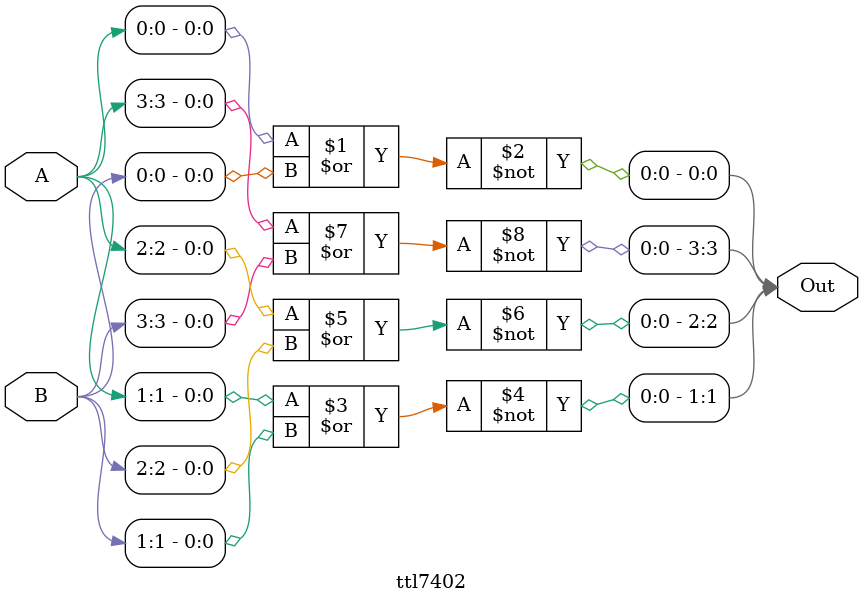
<source format=v>
module ttl7402(Out, A, B);
    output [3:0] Out;
    input [3:0] A;
    input [3:0] B;

    // Motorola 74LS02 datasheets
    nor #(0:10:15) (Out[0], A[0], B[0]);
    nor #(0:10:15) (Out[1], A[1], B[1]);
    nor #(0:10:15) (Out[2], A[2], B[2]);
    nor #(0:10:15) (Out[3], A[3], B[3]);
endmodule

</source>
